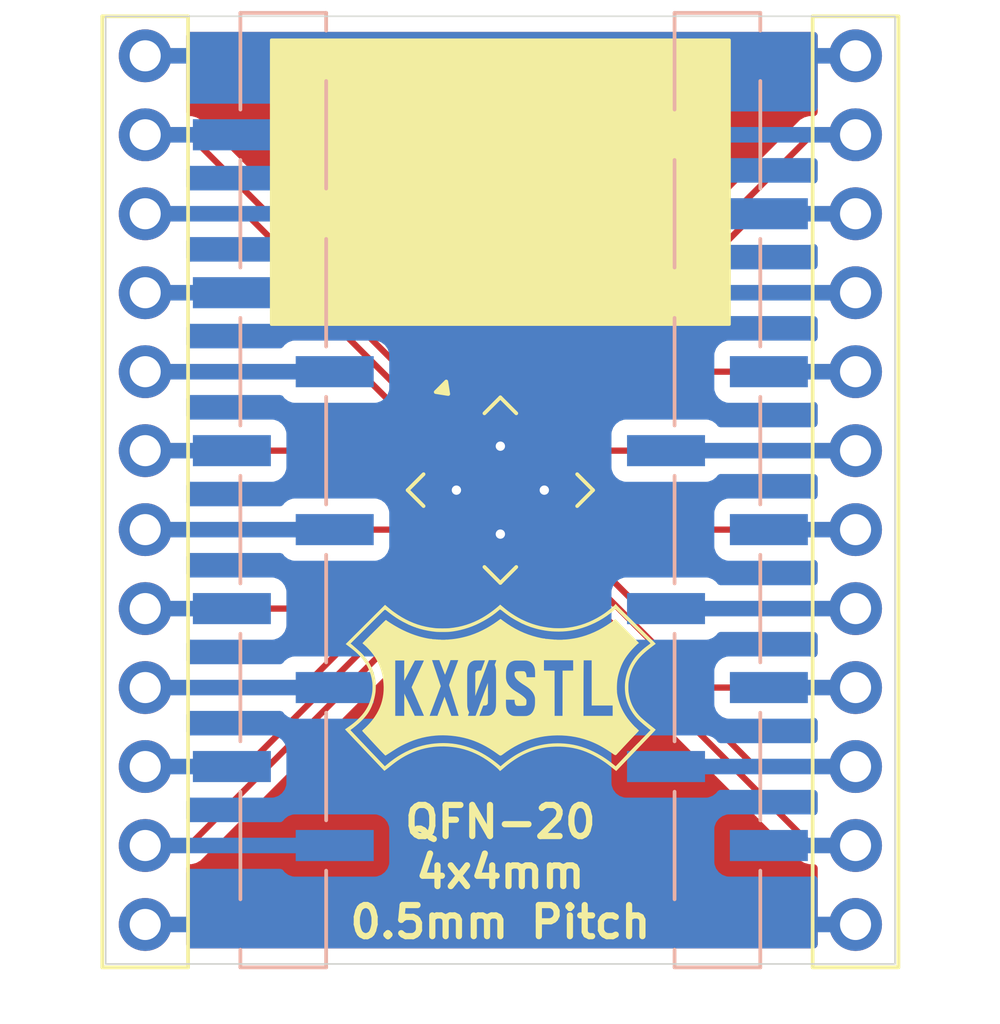
<source format=kicad_pcb>
(kicad_pcb (version 20241229) (generator "pcbnew") (generator_version "9.0")
  (layers (0 "F.Cu" signal) (2 "B.Cu" signal) (13 "F.Paste" user) (15 "B.Paste" user) (5 "F.SilkS" user "F.Silkscreen") (7 "B.SilkS" user "B.Silkscreen") (1 "F.Mask" user) (3 "B.Mask" user) (25 "Edge.Cuts" user))
  (net 0 "")
  (net 1 "/10")
  (net 2 "/3")
  (net 3 "/6")
  (net 4 "/8")
  (net 5 "/1")
  (net 6 "/7")
  (net 7 "/2")
  (net 8 "/19")
  (net 9 "/20")
  (net 10 "/18")
  (net 11 "/9")
  (net 12 "/14")
  (net 13 "/21")
  (net 14 "/16")
  (net 15 "/15")
  (net 16 "/17")
  (net 17 "/5")
  (net 18 "/4")
  (net 19 "/13")
  (net 20 "/12")
  (net 21 "/11")
  (footprint "Package_DFN_QFN:QFN-20-1EP_4x4mm_P0.5mm_EP2.5x2.5mm_ThermalVias" (layer "F.Cu") (at 138.43 120.65 -45)
    (property "Reference" "U101" (hide yes))
    (property "Value" "QFN-48")
    (pad "1" smd roundrect (at -2.1915 -1 315) (size 1.2375 0.25) (layers "F.Cu" "F.Mask" "F.Paste") (net 5 "/1"))
    (pad "2" smd roundrect (at -2.1915 -0.5 315) (size 1.2375 0.25) (layers "F.Cu" "F.Mask" "F.Paste") (net 7 "/2"))
    (pad "3" smd roundrect (at -2.191499 0 315) (size 1.2375 0.25) (layers "F.Cu" "F.Mask" "F.Paste") (net 2 "/3"))
    (pad "4" smd roundrect (at -2.1915 0.5 315) (size 1.2375 0.25) (layers "F.Cu" "F.Mask" "F.Paste") (net 18 "/4"))
    (pad "5" smd roundrect (at -2.1915 1 315) (size 1.2375 0.25) (layers "F.Cu" "F.Mask" "F.Paste") (net 17 "/5"))
    (pad "6" smd roundrect (at -1 2.1915 315) (size 0.25 1.2375) (layers "F.Cu" "F.Mask" "F.Paste") (net 3 "/6"))
    (pad "7" smd roundrect (at -0.5 2.1915 315) (size 0.25 1.2375) (layers "F.Cu" "F.Mask" "F.Paste") (net 6 "/7"))
    (pad "8" smd roundrect (at 0 2.191499 315) (size 0.25 1.2375) (layers "F.Cu" "F.Mask" "F.Paste") (net 4 "/8"))
    (pad "9" smd roundrect (at 0.5 2.1915 315) (size 0.25 1.2375) (layers "F.Cu" "F.Mask" "F.Paste") (net 11 "/9"))
    (pad "10" smd roundrect (at 1 2.1915 315) (size 0.25 1.2375) (layers "F.Cu" "F.Mask" "F.Paste") (net 1 "/10"))
    (pad "11" smd roundrect (at 2.1915 1 315) (size 1.2375 0.25) (layers "F.Cu" "F.Mask" "F.Paste") (net 21 "/11"))
    (pad "12" smd roundrect (at 2.1915 0.5 315) (size 1.2375 0.25) (layers "F.Cu" "F.Mask" "F.Paste") (net 20 "/12"))
    (pad "13" smd roundrect (at 2.191499 0 315) (size 1.2375 0.25) (layers "F.Cu" "F.Mask" "F.Paste") (net 19 "/13"))
    (pad "14" smd roundrect (at 2.1915 -0.5 315) (size 1.2375 0.25) (layers "F.Cu" "F.Mask" "F.Paste") (net 12 "/14"))
    (pad "15" smd roundrect (at 2.1915 -1 315) (size 1.2375 0.25) (layers "F.Cu" "F.Mask" "F.Paste") (net 15 "/15"))
    (pad "16" smd roundrect (at 1 -2.1915 315) (size 0.25 1.2375) (layers "F.Cu" "F.Mask" "F.Paste") (net 14 "/16"))
    (pad "17" smd roundrect (at 0.5 -2.1915 315) (size 0.25 1.2375) (layers "F.Cu" "F.Mask" "F.Paste") (net 16 "/17"))
    (pad "18" smd roundrect (at 0 -2.191499 315) (size 0.25 1.2375) (layers "F.Cu" "F.Mask" "F.Paste") (net 10 "/18"))
    (pad "19" smd roundrect (at -0.5 -2.1915 315) (size 0.25 1.2375) (layers "F.Cu" "F.Mask" "F.Paste") (net 8 "/19"))
    (pad "20" smd roundrect (at -1 -2.1915 315) (size 0.25 1.2375) (layers "F.Cu" "F.Mask" "F.Paste") (net 9 "/20"))
    (pad "21" thru_hole circle (at -1 -1 315) (size 0.5 0.5) (drill 0.3) (property pad_prop_heatsink) (layers "*.Cu") (net 13 "/21"))
    (pad "21" thru_hole circle (at -1 1 315) (size 0.5 0.5) (drill 0.3) (property pad_prop_heatsink) (layers "*.Cu") (net 13 "/21"))
    (pad "21" smd rect (at 0 0 315) (size 2.5 2.5) (property pad_prop_heatsink) (layers "F.Cu" "F.Mask") (net 13 "/21"))
    (pad "21" smd rect (at 0 0 315) (size 2.5 2.5) (property pad_prop_heatsink) (layers "B.Cu") (net 13 "/21"))
    (pad "21" thru_hole circle (at 1 -1 315) (size 0.5 0.5) (drill 0.3) (property pad_prop_heatsink) (layers "*.Cu") (net 13 "/21"))
    (pad "21" thru_hole circle (at 1 1 315) (size 0.5 0.5) (drill 0.3) (property pad_prop_heatsink) (layers "*.Cu") (net 13 "/21"))
  )
  (footprint "libraries:Logo_10mm_inv" (layer "F.Cu") (at 138.43 127)
    (property "Reference" "G***" (hide yes))
    (property "Value" "LOGO" (hide yes))
  )
  (footprint "Connector_PinHeader_2.54mm:PinHeader_1x12_P2.54mm_Vertical" (layer "F.Cu") (at 127 106.68)
    (property "Reference" "J103" (hide yes))
    (property "Value" "Conn_01x12")
    (pad "1" thru_hole circle (at 0 0) (size 1.7 1.7) (drill 1) (layers "*.Cu" "*.Mask") (net 13 "/21"))
    (pad "2" thru_hole circle (at 0 2.54) (size 1.7 1.7) (drill 1) (layers "*.Cu" "*.Mask") (net 5 "/1"))
    (pad "3" thru_hole circle (at 0 5.08) (size 1.7 1.7) (drill 1) (layers "*.Cu" "*.Mask") (net 7 "/2"))
    (pad "4" thru_hole circle (at 0 7.62) (size 1.7 1.7) (drill 1) (layers "*.Cu" "*.Mask") (net 2 "/3"))
    (pad "5" thru_hole circle (at 0 10.16) (size 1.7 1.7) (drill 1) (layers "*.Cu" "*.Mask") (net 18 "/4"))
    (pad "6" thru_hole circle (at 0 12.7) (size 1.7 1.7) (drill 1) (layers "*.Cu" "*.Mask") (net 17 "/5"))
    (pad "7" thru_hole circle (at 0 15.24) (size 1.7 1.7) (drill 1) (layers "*.Cu" "*.Mask") (net 3 "/6"))
    (pad "8" thru_hole circle (at 0 17.78) (size 1.7 1.7) (drill 1) (layers "*.Cu" "*.Mask") (net 6 "/7"))
    (pad "9" thru_hole circle (at 0 20.32) (size 1.7 1.7) (drill 1) (layers "*.Cu" "*.Mask") (net 4 "/8"))
    (pad "10" thru_hole circle (at 0 22.86) (size 1.7 1.7) (drill 1) (layers "*.Cu" "*.Mask") (net 11 "/9"))
    (pad "11" thru_hole circle (at 0 25.4) (size 1.7 1.7) (drill 1) (layers "*.Cu" "*.Mask") (net 1 "/10"))
    (pad "12" thru_hole circle (at 0 27.94) (size 1.7 1.7) (drill 1) (layers "*.Cu" "*.Mask") (net 13 "/21"))
  )
  (footprint "Connector_PinHeader_2.54mm:PinHeader_1x12_P2.54mm_Vertical" (layer "F.Cu") (at 149.86 106.68)
    (property "Reference" "J102" (hide yes))
    (property "Value" "Conn_01x12")
    (pad "1" thru_hole circle (at 0 0) (size 1.7 1.7) (drill 1) (layers "*.Cu" "*.Mask") (net 13 "/21"))
    (pad "2" thru_hole circle (at 0 2.54) (size 1.7 1.7) (drill 1) (layers "*.Cu" "*.Mask") (net 9 "/20"))
    (pad "3" thru_hole circle (at 0 5.08) (size 1.7 1.7) (drill 1) (layers "*.Cu" "*.Mask") (net 8 "/19"))
    (pad "4" thru_hole circle (at 0 7.62) (size 1.7 1.7) (drill 1) (layers "*.Cu" "*.Mask") (net 10 "/18"))
    (pad "5" thru_hole circle (at 0 10.16) (size 1.7 1.7) (drill 1) (layers "*.Cu" "*.Mask") (net 16 "/17"))
    (pad "6" thru_hole circle (at 0 12.7) (size 1.7 1.7) (drill 1) (layers "*.Cu" "*.Mask") (net 14 "/16"))
    (pad "7" thru_hole circle (at 0 15.24) (size 1.7 1.7) (drill 1) (layers "*.Cu" "*.Mask") (net 15 "/15"))
    (pad "8" thru_hole circle (at 0 17.78) (size 1.7 1.7) (drill 1) (layers "*.Cu" "*.Mask") (net 12 "/14"))
    (pad "9" thru_hole circle (at 0 20.32) (size 1.7 1.7) (drill 1) (layers "*.Cu" "*.Mask") (net 19 "/13"))
    (pad "10" thru_hole circle (at 0 22.86) (size 1.7 1.7) (drill 1) (layers "*.Cu" "*.Mask") (net 20 "/12"))
    (pad "11" thru_hole circle (at 0 25.4) (size 1.7 1.7) (drill 1) (layers "*.Cu" "*.Mask") (net 21 "/11"))
    (pad "12" thru_hole circle (at 0 27.94) (size 1.7 1.7) (drill 1) (layers "*.Cu" "*.Mask") (net 13 "/21"))
  )
  (footprint "Connector_PinHeader_2.54mm:PinHeader_1x12_P2.54mm_Vertical_SMD_Pin1Left" (layer "B.Cu") (at 131.444 120.65 180)
    (property "Reference" "J101" (hide yes))
    (property "Value" "Conn_01x12")
    (pad "1" smd rect (at -1.655 13.97 180) (size 2.51 1) (layers "B.Cu" "B.Mask" "B.Paste") (net 13 "/21"))
    (pad "2" smd rect (at 1.655 11.43 180) (size 2.51 1) (layers "B.Cu" "B.Mask" "B.Paste") (net 5 "/1"))
    (pad "3" smd rect (at -1.655 8.89 180) (size 2.51 1) (layers "B.Cu" "B.Mask" "B.Paste") (net 7 "/2"))
    (pad "4" smd rect (at 1.655 6.35 180) (size 2.51 1) (layers "B.Cu" "B.Mask" "B.Paste") (net 2 "/3"))
    (pad "5" smd rect (at -1.655 3.81 180) (size 2.51 1) (layers "B.Cu" "B.Mask" "B.Paste") (net 18 "/4"))
    (pad "6" smd rect (at 1.655 1.27 180) (size 2.51 1) (layers "B.Cu" "B.Mask" "B.Paste") (net 17 "/5"))
    (pad "7" smd rect (at -1.655 -1.27 180) (size 2.51 1) (layers "B.Cu" "B.Mask" "B.Paste") (net 3 "/6"))
    (pad "8" smd rect (at 1.655 -3.81 180) (size 2.51 1) (layers "B.Cu" "B.Mask" "B.Paste") (net 6 "/7"))
    (pad "9" smd rect (at -1.655 -6.35 180) (size 2.51 1) (layers "B.Cu" "B.Mask" "B.Paste") (net 4 "/8"))
    (pad "10" smd rect (at 1.655 -8.89 180) (size 2.51 1) (layers "B.Cu" "B.Mask" "B.Paste") (net 11 "/9"))
    (pad "11" smd rect (at -1.655 -11.43 180) (size 2.51 1) (layers "B.Cu" "B.Mask" "B.Paste") (net 1 "/10"))
    (pad "12" smd rect (at 1.655 -13.97 180) (size 2.51 1) (layers "B.Cu" "B.Mask" "B.Paste") (net 13 "/21"))
  )
  (footprint "Connector_PinHeader_2.54mm:PinHeader_1x12_P2.54mm_Vertical_SMD_Pin1Left" (layer "B.Cu") (at 145.416 120.65 180)
    (property "Reference" "J104" (hide yes))
    (property "Value" "Conn_01x12")
    (pad "1" smd rect (at -1.655 13.97 180) (size 2.51 1) (layers "B.Cu" "B.Mask" "B.Paste") (net 13 "/21"))
    (pad "2" smd rect (at 1.655 11.43 180) (size 2.51 1) (layers "B.Cu" "B.Mask" "B.Paste") (net 9 "/20"))
    (pad "3" smd rect (at -1.655 8.89 180) (size 2.51 1) (layers "B.Cu" "B.Mask" "B.Paste") (net 8 "/19"))
    (pad "4" smd rect (at 1.655 6.35 180) (size 2.51 1) (layers "B.Cu" "B.Mask" "B.Paste") (net 10 "/18"))
    (pad "5" smd rect (at -1.655 3.81 180) (size 2.51 1) (layers "B.Cu" "B.Mask" "B.Paste") (net 16 "/17"))
    (pad "6" smd rect (at 1.655 1.27 180) (size 2.51 1) (layers "B.Cu" "B.Mask" "B.Paste") (net 14 "/16"))
    (pad "7" smd rect (at -1.655 -1.27 180) (size 2.51 1) (layers "B.Cu" "B.Mask" "B.Paste") (net 15 "/15"))
    (pad "8" smd rect (at 1.655 -3.81 180) (size 2.51 1) (layers "B.Cu" "B.Mask" "B.Paste") (net 12 "/14"))
    (pad "9" smd rect (at -1.655 -6.35 180) (size 2.51 1) (layers "B.Cu" "B.Mask" "B.Paste") (net 19 "/13"))
    (pad "10" smd rect (at 1.655 -8.89 180) (size 2.51 1) (layers "B.Cu" "B.Mask" "B.Paste") (net 20 "/12"))
    (pad "11" smd rect (at -1.655 -11.43 180) (size 2.51 1) (layers "B.Cu" "B.Mask" "B.Paste") (net 21 "/11"))
    (pad "12" smd rect (at 1.655 -13.97 180) (size 2.51 1) (layers "B.Cu" "B.Mask" "B.Paste") (net 13 "/21"))
  )
  (gr_rect (start 131.064 106.172) (end 145.796 115.316) (stroke (width 0.1)) (fill yes) (layer "F.SilkS"))
  (gr_rect (start 125.73 105.41) (end 151.13 135.89) (stroke (width 0.05)) (fill no) (layer "Edge.Cuts"))
  (gr_text "QFN-20\n4x4mm\n0.5mm Pitch" (at 138.43 135.128 0) (layer "F.SilkS") (effects (font (size 1 1) (thickness 0.2) (bold yes)) (justify bottom)))
  (segment (start 127 132.08) (end 128.414213 132.08) (width 0.2) (layer "F.Cu") (net 1))
  (segment (start 128.414213 132.08) (end 137.587482 122.906731) (width 0.2) (layer "F.Cu") (net 1))
  (segment (start 127 132.08) (end 133.099 132.08) (width 0.5) (layer "B.Cu") (net 1))
  (segment (start 132.08 114.3) (end 136.880376 119.100376) (width 0.2) (layer "F.Cu") (net 2))
  (segment (start 127 114.3) (end 132.08 114.3) (width 0.2) (layer "F.Cu") (net 2))
  (segment (start 127 114.3) (end 129.789 114.3) (width 0.5) (layer "B.Cu") (net 2))
  (segment (start 136.173269 121.492518) (end 135.745787 121.92) (width 0.2) (layer "F.Cu") (net 3))
  (segment (start 135.745787 121.92) (end 127 121.92) (width 0.2) (layer "F.Cu") (net 3))
  (segment (start 127 121.92) (end 133.099 121.92) (width 0.5) (layer "B.Cu") (net 3))
  (segment (start 127 127) (end 132.08 127) (width 0.2) (layer "F.Cu") (net 4))
  (segment (start 132.08 127) (end 136.880376 122.199624) (width 0.2) (layer "F.Cu") (net 4))
  (segment (start 127 127) (end 133.099 127) (width 0.5) (layer "B.Cu") (net 4))
  (segment (start 128.414213 109.22) (end 137.587482 118.393269) (width 0.2) (layer "F.Cu") (net 5))
  (segment (start 127 109.22) (end 128.414213 109.22) (width 0.2) (layer "F.Cu") (net 5))
  (segment (start 127 109.22) (end 129.789 109.22) (width 0.5) (layer "B.Cu") (net 5))
  (segment (start 133.912893 124.46) (end 127 124.46) (width 0.2) (layer "F.Cu") (net 6))
  (segment (start 136.526822 121.846071) (end 133.912893 124.46) (width 0.2) (layer "F.Cu") (net 6))
  (segment (start 127 124.46) (end 129.789 124.46) (width 0.5) (layer "B.Cu") (net 6))
  (segment (start 130.247107 111.76) (end 137.233929 118.746822) (width 0.2) (layer "F.Cu") (net 7))
  (segment (start 127 111.76) (end 130.247107 111.76) (width 0.2) (layer "F.Cu") (net 7))
  (segment (start 127 111.76) (end 133.099 111.76) (width 0.5) (layer "B.Cu") (net 7))
  (segment (start 146.612893 111.76) (end 139.626071 118.746822) (width 0.2) (layer "F.Cu") (net 8))
  (segment (start 149.86 111.76) (end 146.612893 111.76) (width 0.2) (layer "F.Cu") (net 8))
  (segment (start 149.86 111.76) (end 147.071 111.76) (width 0.5) (layer "B.Cu") (net 8))
  (segment (start 149.86 109.22) (end 148.445787 109.22) (width 0.2) (layer "F.Cu") (net 9))
  (segment (start 148.445787 109.22) (end 139.272518 118.393269) (width 0.2) (layer "F.Cu") (net 9))
  (segment (start 149.86 109.22) (end 143.761 109.22) (width 0.5) (layer "B.Cu") (net 9))
  (segment (start 149.86 114.3) (end 144.78 114.3) (width 0.2) (layer "F.Cu") (net 10))
  (segment (start 144.78 114.3) (end 139.979624 119.100376) (width 0.2) (layer "F.Cu") (net 10))
  (segment (start 149.86 114.3) (end 143.761 114.3) (width 0.5) (layer "B.Cu") (net 10))
  (segment (start 130.247107 129.54) (end 137.233929 122.553178) (width 0.2) (layer "F.Cu") (net 11))
  (segment (start 127 129.54) (end 130.247107 129.54) (width 0.2) (layer "F.Cu") (net 11))
  (segment (start 127 129.54) (end 129.789 129.54) (width 0.5) (layer "B.Cu") (net 11))
  (segment (start 142.947107 124.46) (end 140.333178 121.846071) (width 0.2) (layer "F.Cu") (net 12))
  (segment (start 149.86 124.46) (end 142.947107 124.46) (width 0.2) (layer "F.Cu") (net 12))
  (segment (start 149.86 124.46) (end 143.761 124.46) (width 0.5) (layer "B.Cu") (net 12))
  (segment (start 138.43 122.064214) (end 138.43 124.206) (width 0.2) (layer "F.Cu") (net 13))
  (segment (start 138.43 119.235786) (end 138.43 117.094) (width 0.2) (layer "F.Cu") (net 13))
  (segment (start 138.43 117.094) (end 138.684 116.84) (width 0.2) (layer "F.Cu") (net 13))
  (segment (start 127 106.68) (end 133.099 106.68) (width 0.5) (layer "B.Cu") (net 13))
  (segment (start 149.86 134.62) (end 143.761 134.62) (width 0.5) (layer "B.Cu") (net 13))
  (segment (start 127 134.62) (end 129.789 134.62) (width 0.5) (layer "B.Cu") (net 13))
  (segment (start 149.86 106.68) (end 147.071 106.68) (width 0.5) (layer "B.Cu") (net 13))
  (segment (start 149.86 119.38) (end 141.114213 119.38) (width 0.2) (layer "F.Cu") (net 14))
  (segment (start 141.114213 119.38) (end 140.686731 119.807482) (width 0.2) (layer "F.Cu") (net 14))
  (segment (start 149.86 119.38) (end 143.761 119.38) (width 0.5) (layer "B.Cu") (net 14))
  (segment (start 149.86 121.92) (end 141.114213 121.92) (width 0.2) (layer "F.Cu") (net 15))
  (segment (start 141.114213 121.92) (end 140.686731 121.492518) (width 0.2) (layer "F.Cu") (net 15))
  (segment (start 149.86 121.92) (end 147.071 121.92) (width 0.5) (layer "B.Cu") (net 15))
  (segment (start 149.86 116.84) (end 142.947107 116.84) (width 0.2) (layer "F.Cu") (net 16))
  (segment (start 142.947107 116.84) (end 140.333178 119.453929) (width 0.2) (layer "F.Cu") (net 16))
  (segment (start 149.86 116.84) (end 147.071 116.84) (width 0.5) (layer "B.Cu") (net 16))
  (segment (start 127 119.38) (end 135.745787 119.38) (width 0.2) (layer "F.Cu") (net 17))
  (segment (start 135.745787 119.38) (end 136.173269 119.807482) (width 0.2) (layer "F.Cu") (net 17))
  (segment (start 127 119.38) (end 129.789 119.38) (width 0.5) (layer "B.Cu") (net 17))
  (segment (start 127 116.84) (end 133.912893 116.84) (width 0.2) (layer "F.Cu") (net 18))
  (segment (start 133.912893 116.84) (end 136.526822 119.453929) (width 0.2) (layer "F.Cu") (net 18))
  (segment (start 133.099 116.84) (end 127 116.84) (width 0.5) (layer "B.Cu") (net 18))
  (segment (start 149.86 127) (end 144.78 127) (width 0.2) (layer "F.Cu") (net 19))
  (segment (start 144.78 127) (end 139.979624 122.199624) (width 0.2) (layer "F.Cu") (net 19))
  (segment (start 149.86 127) (end 147.071 127) (width 0.5) (layer "B.Cu") (net 19))
  (segment (start 149.86 129.54) (end 146.612893 129.54) (width 0.2) (layer "F.Cu") (net 20))
  (segment (start 146.612893 129.54) (end 139.626071 122.553178) (width 0.2) (layer "F.Cu") (net 20))
  (segment (start 149.86 129.54) (end 143.761 129.54) (width 0.5) (layer "B.Cu") (net 20))
  (segment (start 148.445787 132.08) (end 139.272518 122.906731) (width 0.2) (layer "F.Cu") (net 21))
  (segment (start 149.86 132.08) (end 148.445787 132.08) (width 0.2) (layer "F.Cu") (net 21))
  (segment (start 149.86 132.08) (end 147.071 132.08) (width 0.5) (layer "B.Cu") (net 21))
  (zone (net 13) (net_name "/21") (layers "F.Cu" "B.Cu") (priority 1) (connect_pads yes (clearance 0.5)) (min_thickness 0.25) (fill yes (thermal_gap 0.5) (thermal_bridge_width 0.5))
    (polygon (pts (xy 128.322658 105.399956) (xy 148.642658 105.399956) (xy 148.642658 135.879956) (xy 128.322658 135.879956)))
  )
)
</source>
